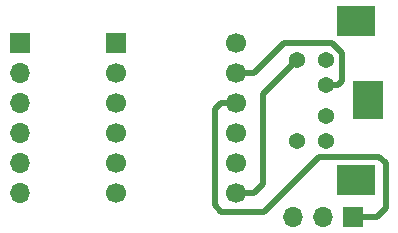
<source format=gtl>
%TF.GenerationSoftware,KiCad,Pcbnew,9.0.1*%
%TF.CreationDate,2025-04-06T22:03:23+09:00*%
%TF.ProjectId,ps2_pmod_levelshifter,7073325f-706d-46f6-945f-6c6576656c73,rev?*%
%TF.SameCoordinates,Original*%
%TF.FileFunction,Copper,L1,Top*%
%TF.FilePolarity,Positive*%
%FSLAX46Y46*%
G04 Gerber Fmt 4.6, Leading zero omitted, Abs format (unit mm)*
G04 Created by KiCad (PCBNEW 9.0.1) date 2025-04-06 22:03:23*
%MOMM*%
%LPD*%
G01*
G04 APERTURE LIST*
%TA.AperFunction,ComponentPad*%
%ADD10C,1.371600*%
%TD*%
%TA.AperFunction,ComponentPad*%
%ADD11R,3.200000X2.600000*%
%TD*%
%TA.AperFunction,ComponentPad*%
%ADD12R,2.600000X3.200000*%
%TD*%
%TA.AperFunction,ComponentPad*%
%ADD13R,1.700000X1.700000*%
%TD*%
%TA.AperFunction,ComponentPad*%
%ADD14O,1.700000X1.700000*%
%TD*%
%TA.AperFunction,ComponentPad*%
%ADD15C,1.700000*%
%TD*%
%TA.AperFunction,Conductor*%
%ADD16C,0.500000*%
%TD*%
G04 APERTURE END LIST*
D10*
%TO.P,J1,1,Pin_1*%
%TO.N,/PS{slash}2_DATA*%
X156012000Y-91470000D03*
%TO.P,J1,2,Pin_2*%
%TO.N,/PS{slash}2_DATA-*%
X156012000Y-88870000D03*
%TO.P,J1,3,Pin_3*%
%TO.N,GND_5V*%
X156012000Y-93570000D03*
%TO.P,J1,4,Pin_4*%
%TO.N,VCC_5V*%
X156012000Y-86770000D03*
%TO.P,J1,5,Pin_5*%
%TO.N,/PS{slash}2_CLK*%
X153512000Y-93570000D03*
%TO.P,J1,6,Pin_6*%
%TO.N,/PS{slash}2_CLK-*%
X153512000Y-86770000D03*
D11*
%TO.P,J1,GND*%
%TO.N,N/C*%
X158512000Y-83420000D03*
D12*
X159512000Y-90170000D03*
D11*
X158512000Y-96920000D03*
%TD*%
D13*
%TO.P,J3,1,Pin_1*%
%TO.N,VCC_5V*%
X158242000Y-100076000D03*
D14*
%TO.P,J3,2,Pin_2*%
%TO.N,GND_5V*%
X155702000Y-100076000D03*
%TO.P,J3,3,Pin_3*%
%TO.N,VCC_3V3*%
X153162000Y-100076000D03*
%TD*%
D13*
%TO.P,J2,1,Pin_1*%
%TO.N,/PMOD_DATA*%
X130048000Y-85344000D03*
D14*
%TO.P,J2,2,Pin_2*%
%TO.N,/PMOD_DATA-*%
X130048000Y-87884000D03*
%TO.P,J2,3,Pin_3*%
%TO.N,/PMOD_CLK*%
X130048000Y-90424000D03*
%TO.P,J2,4,Pin_4*%
%TO.N,/PMOD_CLK-*%
X130048000Y-92964000D03*
%TO.P,J2,5,Pin_5*%
%TO.N,GND_3V3*%
X130048000Y-95504000D03*
%TO.P,J2,6,Pin_6*%
%TO.N,VCC_3V3*%
X130048000Y-98044000D03*
%TD*%
D13*
%TO.P,U1,1,LV1*%
%TO.N,/PMOD_DATA*%
X138176000Y-85344000D03*
D15*
%TO.P,U1,2,LV2*%
%TO.N,/PMOD_DATA-*%
X138176000Y-87884000D03*
%TO.P,U1,3,LV*%
%TO.N,VCC_3V3*%
X138176000Y-90424000D03*
%TO.P,U1,4,GND_1*%
%TO.N,GND_3V3*%
X138176000Y-92964000D03*
%TO.P,U1,5,LV3*%
%TO.N,/PMOD_CLK*%
X138176000Y-95504000D03*
%TO.P,U1,6,LV4*%
%TO.N,/PMOD_CLK-*%
X138176000Y-98044000D03*
%TO.P,U1,7,HV1*%
%TO.N,/PS{slash}2_DATA*%
X148336000Y-85344000D03*
%TO.P,U1,8,HV2*%
%TO.N,/PS{slash}2_DATA-*%
X148336000Y-87884000D03*
%TO.P,U1,9,HV*%
%TO.N,VCC_5V*%
X148336000Y-90424000D03*
%TO.P,U1,10,GND_2*%
%TO.N,GND_5V*%
X148336000Y-92964000D03*
%TO.P,U1,11,HV3*%
%TO.N,/PS{slash}2_CLK*%
X148336000Y-95504000D03*
%TO.P,U1,12,EL*%
%TO.N,/PS{slash}2_CLK-*%
X148336000Y-98044000D03*
%TD*%
D16*
%TO.N,VCC_5V*%
X155414450Y-94961600D02*
X150776650Y-99599400D01*
X161036000Y-95504000D02*
X160493600Y-94961600D01*
X147097400Y-99599400D02*
X146558000Y-99060000D01*
X146558000Y-99060000D02*
X146558000Y-90932000D01*
X158242000Y-100076000D02*
X160274000Y-100076000D01*
X150776650Y-99599400D02*
X147097400Y-99599400D01*
X146558000Y-90932000D02*
X147066000Y-90424000D01*
X161036000Y-99314000D02*
X161036000Y-95504000D01*
X147066000Y-90424000D02*
X148336000Y-90424000D01*
X160493600Y-94961600D02*
X155414450Y-94961600D01*
X160274000Y-100076000D02*
X161036000Y-99314000D01*
%TO.N,/PS{slash}2_CLK-*%
X149860000Y-98044000D02*
X150622000Y-97282000D01*
X150622000Y-97282000D02*
X150622000Y-89660000D01*
X148336000Y-98044000D02*
X149860000Y-98044000D01*
X150622000Y-89660000D02*
X153512000Y-86770000D01*
%TO.N,/PS{slash}2_DATA-*%
X157349900Y-86178400D02*
X157349900Y-88522100D01*
X157002000Y-88870000D02*
X156012000Y-88870000D01*
X156515500Y-85344000D02*
X157349900Y-86178400D01*
X148336000Y-87884000D02*
X149860000Y-87884000D01*
X157349900Y-88522100D02*
X157002000Y-88870000D01*
X149860000Y-87884000D02*
X152400000Y-85344000D01*
X152400000Y-85344000D02*
X156515500Y-85344000D01*
%TD*%
M02*

</source>
